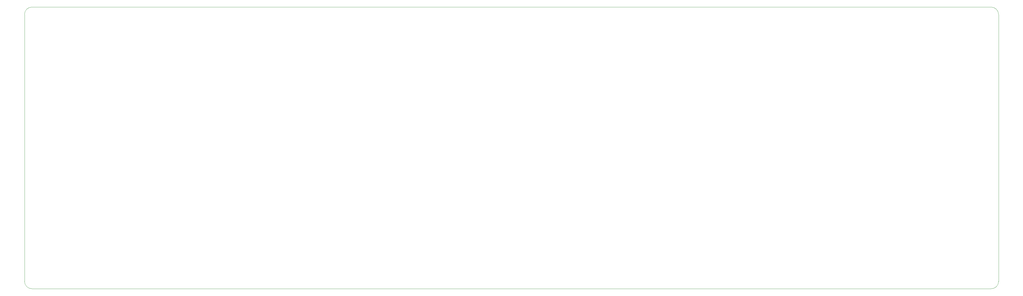
<source format=gbr>
%TF.GenerationSoftware,KiCad,Pcbnew,(6.0.7)*%
%TF.CreationDate,2022-08-26T18:50:00-04:00*%
%TF.ProjectId,thocc-master,74686f63-632d-46d6-9173-7465722e6b69,rev?*%
%TF.SameCoordinates,Original*%
%TF.FileFunction,Profile,NP*%
%FSLAX46Y46*%
G04 Gerber Fmt 4.6, Leading zero omitted, Abs format (unit mm)*
G04 Created by KiCad (PCBNEW (6.0.7)) date 2022-08-26 18:50:00*
%MOMM*%
%LPD*%
G01*
G04 APERTURE LIST*
%TA.AperFunction,Profile*%
%ADD10C,0.100000*%
%TD*%
G04 APERTURE END LIST*
D10*
X186350000Y-167900000D02*
X509892233Y-167902233D01*
X509892233Y-167902233D02*
G75*
G03*
X512392233Y-165402233I-33J2500033D01*
G01*
X186300000Y-72650000D02*
X509860000Y-72650000D01*
X512390000Y-75180000D02*
X512392233Y-165402233D01*
X512390000Y-75180000D02*
G75*
G03*
X509860000Y-72650000I-2530000J0D01*
G01*
X183800000Y-165350000D02*
G75*
G03*
X186350000Y-167900000I2550000J0D01*
G01*
X183800000Y-75150000D02*
X183800000Y-165350000D01*
X186300000Y-72650000D02*
G75*
G03*
X183800000Y-75150000I0J-2500000D01*
G01*
M02*

</source>
